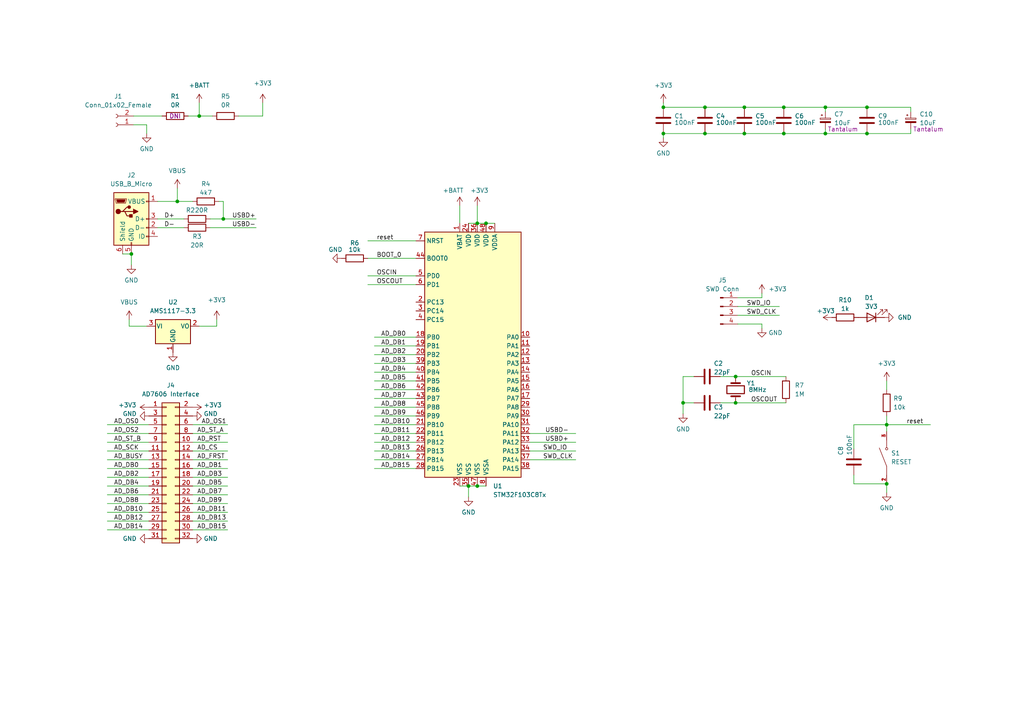
<source format=kicad_sch>
(kicad_sch (version 20211123) (generator eeschema)
  (paper "A4")
  (lib_symbols
    (symbol "Connector:Conn_01x02_Female" (pin_names (offset 1.016) hide)
      (property "Reference" "J" (at 0 2.54 0))
      (property "Value" "Conn_01x02_Female" (at 0 -5.08 0))
      (symbol "Conn_01x02_Female_1_1"
        (arc (start 0 -2.032) (mid -0.508 -2.54) (end 0 -3.048) (stroke (width 0.1524)))
        (polyline (pts (xy -1.27 -2.54) (xy -0.508 -2.54)) (stroke (width 0.1524)))
        (polyline (pts (xy -1.27 0) (xy -0.508 0)) (stroke (width 0.1524)))
        (arc (start 0 0.508) (mid -0.508 0) (end 0 -0.508) (stroke (width 0.1524)))
        (pin passive line (at -5.08 0 0) (length 3.81) (name "Pin_1") (number "1"))
        (pin passive line (at -5.08 -2.54 0) (length 3.81) (name "Pin_2") (number "2"))
      )
    )
    (symbol "Connector:Conn_01x04_Male" (pin_names (offset 1.016) hide)
      (property "Reference" "J" (at 0 5.08 0))
      (property "Value" "Conn_01x04_Male" (at 0 -7.62 0))
      (symbol "Conn_01x04_Male_1_1"
        (polyline (pts (xy 1.27 -5.08) (xy 0.8636 -5.08)) (stroke (width 0.1524)))
        (polyline (pts (xy 1.27 -2.54) (xy 0.8636 -2.54)) (stroke (width 0.1524)))
        (polyline (pts (xy 1.27 0) (xy 0.8636 0)) (stroke (width 0.1524)))
        (polyline (pts (xy 1.27 2.54) (xy 0.8636 2.54)) (stroke (width 0.1524)))
        (rectangle (start 0.8636 -4.953) (end 0 -5.207) (stroke (width 0.1524)) (fill (type outline)))
        (rectangle (start 0.8636 -2.413) (end 0 -2.667) (stroke (width 0.1524)) (fill (type outline)))
        (rectangle (start 0.8636 0.127) (end 0 -0.127) (stroke (width 0.1524)) (fill (type outline)))
        (rectangle (start 0.8636 2.667) (end 0 2.413) (stroke (width 0.1524)) (fill (type outline)))
        (pin passive line (at 5.08 2.54 180) (length 3.81) (name "Pin_1") (number "1"))
        (pin passive line (at 5.08 0 180) (length 3.81) (name "Pin_2") (number "2"))
        (pin passive line (at 5.08 -2.54 180) (length 3.81) (name "Pin_3") (number "3"))
        (pin passive line (at 5.08 -5.08 180) (length 3.81) (name "Pin_4") (number "4"))
      )
    )
    (symbol "Connector:USB_B_Micro" (pin_names (offset 1.016))
      (property "Reference" "J" (at -5.08 11.43 0))
      (property "Value" "USB_B_Micro" (at -5.08 8.89 0))
      (symbol "USB_B_Micro_0_1"
        (rectangle (start -5.08 -7.62) (end 5.08 7.62) (stroke (width 0.254)) (fill (type background)))
        (circle (center -3.81 2.159) (radius 0.635) (stroke (width 0.254)) (fill (type outline)))
        (circle (center -0.635 3.429) (radius 0.381) (stroke (width 0.254)) (fill (type outline)))
        (rectangle (start -0.127 -7.62) (end 0.127 -6.858))
        (polyline (pts (xy -1.905 2.159) (xy 0.635 2.159)) (stroke (width 0.254)))
        (polyline (pts (xy -3.175 2.159) (xy -2.54 2.159) (xy -1.27 3.429) (xy -0.635 3.429)) (stroke (width 0.254)))
        (polyline (pts (xy -2.54 2.159) (xy -1.905 2.159) (xy -1.27 0.889) (xy 0 0.889)) (stroke (width 0.254)))
        (polyline (pts (xy 0.635 2.794) (xy 0.635 1.524) (xy 1.905 2.159) (xy 0.635 2.794)) (stroke (width 0.254)) (fill (type outline)))
        (polyline (pts (xy -4.318 5.588) (xy -1.778 5.588) (xy -2.032 4.826) (xy -4.064 4.826) (xy -4.318 5.588)) (fill (type outline)))
        (polyline (pts (xy -4.699 5.842) (xy -4.699 5.588) (xy -4.445 4.826) (xy -4.445 4.572) (xy -1.651 4.572) (xy -1.651 4.826) (xy -1.397 5.588) (xy -1.397 5.842) (xy -4.699 5.842)))
        (rectangle (start 0.254 1.27) (end -0.508 0.508) (stroke (width 0.254)) (fill (type outline)))
        (rectangle (start 5.08 -5.207) (end 4.318 -4.953))
        (rectangle (start 5.08 -2.667) (end 4.318 -2.413))
        (rectangle (start 5.08 -0.127) (end 4.318 0.127))
        (rectangle (start 5.08 4.953) (end 4.318 5.207))
      )
      (symbol "USB_B_Micro_1_1"
        (pin power_out line (at 7.62 5.08 180) (length 2.54) (name "VBUS") (number "1"))
        (pin bidirectional line (at 7.62 -2.54 180) (length 2.54) (name "D-") (number "2"))
        (pin bidirectional line (at 7.62 0 180) (length 2.54) (name "D+") (number "3"))
        (pin passive line (at 7.62 -5.08 180) (length 2.54) (name "ID") (number "4"))
        (pin power_out line (at 0 -10.16 90) (length 2.54) (name "GND") (number "5"))
        (pin passive line (at -2.54 -10.16 90) (length 2.54) (name "Shield") (number "6"))
      )
    )
    (symbol "Connector_Generic:Conn_02x16_Odd_Even" (pin_names (offset 1.016) hide)
      (property "Reference" "J" (at 1.27 20.32 0))
      (property "Value" "Conn_02x16_Odd_Even" (at 1.27 -22.86 0))
      (symbol "Conn_02x16_Odd_Even_1_1"
        (rectangle (start -1.27 -20.193) (end 0 -20.447) (stroke (width 0.1524)))
        (rectangle (start -1.27 -17.653) (end 0 -17.907) (stroke (width 0.1524)))
        (rectangle (start -1.27 -15.113) (end 0 -15.367) (stroke (width 0.1524)))
        (rectangle (start -1.27 -12.573) (end 0 -12.827) (stroke (width 0.1524)))
        (rectangle (start -1.27 -10.033) (end 0 -10.287) (stroke (width 0.1524)))
        (rectangle (start -1.27 -7.493) (end 0 -7.747) (stroke (width 0.1524)))
        (rectangle (start -1.27 -4.953) (end 0 -5.207) (stroke (width 0.1524)))
        (rectangle (start -1.27 -2.413) (end 0 -2.667) (stroke (width 0.1524)))
        (rectangle (start -1.27 0.127) (end 0 -0.127) (stroke (width 0.1524)))
        (rectangle (start -1.27 2.667) (end 0 2.413) (stroke (width 0.1524)))
        (rectangle (start -1.27 5.207) (end 0 4.953) (stroke (width 0.1524)))
        (rectangle (start -1.27 7.747) (end 0 7.493) (stroke (width 0.1524)))
        (rectangle (start -1.27 10.287) (end 0 10.033) (stroke (width 0.1524)))
        (rectangle (start -1.27 12.827) (end 0 12.573) (stroke (width 0.1524)))
        (rectangle (start -1.27 15.367) (end 0 15.113) (stroke (width 0.1524)))
        (rectangle (start -1.27 17.907) (end 0 17.653) (stroke (width 0.1524)))
        (rectangle (start -1.27 19.05) (end 3.81 -21.59) (stroke (width 0.254)) (fill (type background)))
        (rectangle (start 3.81 -20.193) (end 2.54 -20.447) (stroke (width 0.1524)))
        (rectangle (start 3.81 -17.653) (end 2.54 -17.907) (stroke (width 0.1524)))
        (rectangle (start 3.81 -15.113) (end 2.54 -15.367) (stroke (width 0.1524)))
        (rectangle (start 3.81 -12.573) (end 2.54 -12.827) (stroke (width 0.1524)))
        (rectangle (start 3.81 -10.033) (end 2.54 -10.287) (stroke (width 0.1524)))
        (rectangle (start 3.81 -7.493) (end 2.54 -7.747) (stroke (width 0.1524)))
        (rectangle (start 3.81 -4.953) (end 2.54 -5.207) (stroke (width 0.1524)))
        (rectangle (start 3.81 -2.413) (end 2.54 -2.667) (stroke (width 0.1524)))
        (rectangle (start 3.81 0.127) (end 2.54 -0.127) (stroke (width 0.1524)))
        (rectangle (start 3.81 2.667) (end 2.54 2.413) (stroke (width 0.1524)))
        (rectangle (start 3.81 5.207) (end 2.54 4.953) (stroke (width 0.1524)))
        (rectangle (start 3.81 7.747) (end 2.54 7.493) (stroke (width 0.1524)))
        (rectangle (start 3.81 10.287) (end 2.54 10.033) (stroke (width 0.1524)))
        (rectangle (start 3.81 12.827) (end 2.54 12.573) (stroke (width 0.1524)))
        (rectangle (start 3.81 15.367) (end 2.54 15.113) (stroke (width 0.1524)))
        (rectangle (start 3.81 17.907) (end 2.54 17.653) (stroke (width 0.1524)))
        (pin passive line (at -5.08 17.78 0) (length 3.81) (name "Pin_1") (number "1"))
        (pin passive line (at 7.62 7.62 180) (length 3.81) (name "Pin_10") (number "10"))
        (pin passive line (at -5.08 5.08 0) (length 3.81) (name "Pin_11") (number "11"))
        (pin passive line (at 7.62 5.08 180) (length 3.81) (name "Pin_12") (number "12"))
        (pin passive line (at -5.08 2.54 0) (length 3.81) (name "Pin_13") (number "13"))
        (pin passive line (at 7.62 2.54 180) (length 3.81) (name "Pin_14") (number "14"))
        (pin passive line (at -5.08 0 0) (length 3.81) (name "Pin_15") (number "15"))
        (pin passive line (at 7.62 0 180) (length 3.81) (name "Pin_16") (number "16"))
        (pin passive line (at -5.08 -2.54 0) (length 3.81) (name "Pin_17") (number "17"))
        (pin passive line (at 7.62 -2.54 180) (length 3.81) (name "Pin_18") (number "18"))
        (pin passive line (at -5.08 -5.08 0) (length 3.81) (name "Pin_19") (number "19"))
        (pin passive line (at 7.62 17.78 180) (length 3.81) (name "Pin_2") (number "2"))
        (pin passive line (at 7.62 -5.08 180) (length 3.81) (name "Pin_20") (number "20"))
        (pin passive line (at -5.08 -7.62 0) (length 3.81) (name "Pin_21") (number "21"))
        (pin passive line (at 7.62 -7.62 180) (length 3.81) (name "Pin_22") (number "22"))
        (pin passive line (at -5.08 -10.16 0) (length 3.81) (name "Pin_23") (number "23"))
        (pin passive line (at 7.62 -10.16 180) (length 3.81) (name "Pin_24") (number "24"))
        (pin passive line (at -5.08 -12.7 0) (length 3.81) (name "Pin_25") (number "25"))
        (pin passive line (at 7.62 -12.7 180) (length 3.81) (name "Pin_26") (number "26"))
        (pin passive line (at -5.08 -15.24 0) (length 3.81) (name "Pin_27") (number "27"))
        (pin passive line (at 7.62 -15.24 180) (length 3.81) (name "Pin_28") (number "28"))
        (pin passive line (at -5.08 -17.78 0) (length 3.81) (name "Pin_29") (number "29"))
        (pin passive line (at -5.08 15.24 0) (length 3.81) (name "Pin_3") (number "3"))
        (pin passive line (at 7.62 -17.78 180) (length 3.81) (name "Pin_30") (number "30"))
        (pin passive line (at -5.08 -20.32 0) (length 3.81) (name "Pin_31") (number "31"))
        (pin passive line (at 7.62 -20.32 180) (length 3.81) (name "Pin_32") (number "32"))
        (pin passive line (at 7.62 15.24 180) (length 3.81) (name "Pin_4") (number "4"))
        (pin passive line (at -5.08 12.7 0) (length 3.81) (name "Pin_5") (number "5"))
        (pin passive line (at 7.62 12.7 180) (length 3.81) (name "Pin_6") (number "6"))
        (pin passive line (at -5.08 10.16 0) (length 3.81) (name "Pin_7") (number "7"))
        (pin passive line (at 7.62 10.16 180) (length 3.81) (name "Pin_8") (number "8"))
        (pin passive line (at -5.08 7.62 0) (length 3.81) (name "Pin_9") (number "9"))
      )
    )
    (symbol "Device:C" (pin_numbers hide) (pin_names (offset 0.254))
      (property "Reference" "C" (at 0.635 2.54 0))
      (property "Value" "C" (at 0.635 -2.54 0))
      (symbol "C_0_1"
        (polyline (pts (xy -2.032 -0.762) (xy 2.032 -0.762)) (stroke (width 0.508)))
        (polyline (pts (xy -2.032 0.762) (xy 2.032 0.762)) (stroke (width 0.508)))
      )
      (symbol "C_1_1"
        (pin passive line (at 0 3.81 270) (length 2.794) (name "~") (number "1"))
        (pin passive line (at 0 -3.81 90) (length 2.794) (name "~") (number "2"))
      )
    )
    (symbol "Device:C_Polarized_Small" (pin_numbers hide) (pin_names (offset 0.254) hide)
      (property "Reference" "C" (at 0.254 1.778 0))
      (property "Value" "C_Polarized_Small" (at 0.254 -2.032 0))
      (symbol "C_Polarized_Small_0_1"
        (rectangle (start -1.524 -0.3048) (end 1.524 -0.6858) (fill (type outline)))
        (rectangle (start -1.524 0.6858) (end 1.524 0.3048))
        (polyline (pts (xy -1.27 1.524) (xy -0.762 1.524)))
        (polyline (pts (xy -1.016 1.27) (xy -1.016 1.778)))
      )
      (symbol "C_Polarized_Small_1_1"
        (pin passive line (at 0 2.54 270) (length 1.8542) (name "~") (number "1"))
        (pin passive line (at 0 -2.54 90) (length 1.8542) (name "~") (number "2"))
      )
    )
    (symbol "Device:Crystal" (pin_numbers hide) (pin_names (offset 1.016) hide)
      (property "Reference" "Y" (at 0 3.81 0))
      (property "Value" "Crystal" (at 0 -3.81 0))
      (symbol "Crystal_0_1"
        (rectangle (start -1.143 2.54) (end 1.143 -2.54) (stroke (width 0.3048)))
        (polyline (pts (xy -2.54 0) (xy -1.905 0)))
        (polyline (pts (xy -1.905 -1.27) (xy -1.905 1.27)) (stroke (width 0.508)))
        (polyline (pts (xy 1.905 -1.27) (xy 1.905 1.27)) (stroke (width 0.508)))
        (polyline (pts (xy 2.54 0) (xy 1.905 0)))
      )
      (symbol "Crystal_1_1"
        (pin passive line (at -3.81 0 0) (length 1.27) (name "1") (number "1"))
        (pin passive line (at 3.81 0 180) (length 1.27) (name "2") (number "2"))
      )
    )
    (symbol "Device:LED" (pin_numbers hide) (pin_names (offset 1.016) hide)
      (property "Reference" "D" (at 0 2.54 0))
      (property "Value" "LED" (at 0 -2.54 0))
      (symbol "LED_0_1"
        (polyline (pts (xy -1.27 -1.27) (xy -1.27 1.27)) (stroke (width 0.254)))
        (polyline (pts (xy -1.27 0) (xy 1.27 0)))
        (polyline (pts (xy 1.27 -1.27) (xy 1.27 1.27) (xy -1.27 0) (xy 1.27 -1.27)) (stroke (width 0.254)))
        (polyline (pts (xy -3.048 -0.762) (xy -4.572 -2.286) (xy -3.81 -2.286) (xy -4.572 -2.286) (xy -4.572 -1.524)))
        (polyline (pts (xy -1.778 -0.762) (xy -3.302 -2.286) (xy -2.54 -2.286) (xy -3.302 -2.286) (xy -3.302 -1.524)))
      )
      (symbol "LED_1_1"
        (pin passive line (at -3.81 0 0) (length 2.54) (name "K") (number "1"))
        (pin passive line (at 3.81 0 180) (length 2.54) (name "A") (number "2"))
      )
    )
    (symbol "Device:R" (pin_numbers hide) (pin_names (offset 0))
      (property "Reference" "R" (at 2.032 0 90))
      (property "Value" "R" (at 0 0 90))
      (symbol "R_0_1"
        (rectangle (start -1.016 -2.54) (end 1.016 2.54) (stroke (width 0.254)))
      )
      (symbol "R_1_1"
        (pin passive line (at 0 3.81 270) (length 1.27) (name "~") (number "1"))
        (pin passive line (at 0 -3.81 90) (length 1.27) (name "~") (number "2"))
      )
    )
    (symbol "MCU_ST_STM32F1:STM32F103C8Tx"
      (property "Reference" "U" (at -15.24 36.83 0))
      (property "Value" "STM32F103C8Tx" (at 7.62 36.83 0))
      (symbol "STM32F103C8Tx_0_1"
        (rectangle (start -15.24 -35.56) (end 12.7 35.56) (stroke (width 0.254)) (fill (type background)))
      )
      (symbol "STM32F103C8Tx_1_1"
        (pin power_in line (at -5.08 38.1 270) (length 2.54) (name "VBAT") (number "1"))
        (pin bidirectional line (at 15.24 5.08 180) (length 2.54) (name "PA0") (number "10"))
        (pin bidirectional line (at 15.24 2.54 180) (length 2.54) (name "PA1") (number "11"))
        (pin bidirectional line (at 15.24 0 180) (length 2.54) (name "PA2") (number "12"))
        (pin bidirectional line (at 15.24 -2.54 180) (length 2.54) (name "PA3") (number "13"))
        (pin bidirectional line (at 15.24 -5.08 180) (length 2.54) (name "PA4") (number "14"))
        (pin bidirectional line (at 15.24 -7.62 180) (length 2.54) (name "PA5") (number "15"))
        (pin bidirectional line (at 15.24 -10.16 180) (length 2.54) (name "PA6") (number "16"))
        (pin bidirectional line (at 15.24 -12.7 180) (length 2.54) (name "PA7") (number "17"))
        (pin bidirectional line (at -17.78 5.08 0) (length 2.54) (name "PB0") (number "18"))
        (pin bidirectional line (at -17.78 2.54 0) (length 2.54) (name "PB1") (number "19"))
        (pin bidirectional line (at -17.78 15.24 0) (length 2.54) (name "PC13") (number "2"))
        (pin bidirectional line (at -17.78 0 0) (length 2.54) (name "PB2") (number "20"))
        (pin bidirectional line (at -17.78 -20.32 0) (length 2.54) (name "PB10") (number "21"))
        (pin bidirectional line (at -17.78 -22.86 0) (length 2.54) (name "PB11") (number "22"))
        (pin power_in line (at -5.08 -38.1 90) (length 2.54) (name "VSS") (number "23"))
        (pin power_in line (at -2.54 38.1 270) (length 2.54) (name "VDD") (number "24"))
        (pin bidirectional line (at -17.78 -25.4 0) (length 2.54) (name "PB12") (number "25"))
        (pin bidirectional line (at -17.78 -27.94 0) (length 2.54) (name "PB13") (number "26"))
        (pin bidirectional line (at -17.78 -30.48 0) (length 2.54) (name "PB14") (number "27"))
        (pin bidirectional line (at -17.78 -33.02 0) (length 2.54) (name "PB15") (number "28"))
        (pin bidirectional line (at 15.24 -15.24 180) (length 2.54) (name "PA8") (number "29"))
        (pin bidirectional line (at -17.78 12.7 0) (length 2.54) (name "PC14") (number "3"))
        (pin bidirectional line (at 15.24 -17.78 180) (length 2.54) (name "PA9") (number "30"))
        (pin bidirectional line (at 15.24 -20.32 180) (length 2.54) (name "PA10") (number "31"))
        (pin bidirectional line (at 15.24 -22.86 180) (length 2.54) (name "PA11") (number "32"))
        (pin bidirectional line (at 15.24 -25.4 180) (length 2.54) (name "PA12") (number "33"))
        (pin bidirectional line (at 15.24 -27.94 180) (length 2.54) (name "PA13") (number "34"))
        (pin power_in line (at -2.54 -38.1 90) (length 2.54) (name "VSS") (number "35"))
        (pin power_in line (at 0 38.1 270) (length 2.54) (name "VDD") (number "36"))
        (pin bidirectional line (at 15.24 -30.48 180) (length 2.54) (name "PA14") (number "37"))
        (pin bidirectional line (at 15.24 -33.02 180) (length 2.54) (name "PA15") (number "38"))
        (pin bidirectional line (at -17.78 -2.54 0) (length 2.54) (name "PB3") (number "39"))
        (pin bidirectional line (at -17.78 10.16 0) (length 2.54) (name "PC15") (number "4"))
        (pin bidirectional line (at -17.78 -5.08 0) (length 2.54) (name "PB4") (number "40"))
        (pin bidirectional line (at -17.78 -7.62 0) (length 2.54) (name "PB5") (number "41"))
        (pin bidirectional line (at -17.78 -10.16 0) (length 2.54) (name "PB6") (number "42"))
        (pin bidirectional line (at -17.78 -12.7 0) (length 2.54) (name "PB7") (number "43"))
        (pin input line (at -17.78 27.94 0) (length 2.54) (name "BOOT0") (number "44"))
        (pin bidirectional line (at -17.78 -15.24 0) (length 2.54) (name "PB8") (number "45"))
        (pin bidirectional line (at -17.78 -17.78 0) (length 2.54) (name "PB9") (number "46"))
        (pin power_in line (at 0 -38.1 90) (length 2.54) (name "VSS") (number "47"))
        (pin power_in line (at 2.54 38.1 270) (length 2.54) (name "VDD") (number "48"))
        (pin input line (at -17.78 22.86 0) (length 2.54) (name "PD0") (number "5"))
        (pin input line (at -17.78 20.32 0) (length 2.54) (name "PD1") (number "6"))
        (pin input line (at -17.78 33.02 0) (length 2.54) (name "NRST") (number "7"))
        (pin power_in line (at 2.54 -38.1 90) (length 2.54) (name "VSSA") (number "8"))
        (pin power_in line (at 5.08 38.1 270) (length 2.54) (name "VDDA") (number "9"))
      )
    )
    (symbol "Regulator_Linear:AMS1117-3.3" (pin_names (offset 0.254))
      (property "Reference" "U" (at -3.81 3.175 0))
      (property "Value" "AMS1117-3.3" (at 0 3.175 0))
      (symbol "AMS1117-3.3_0_1"
        (rectangle (start -5.08 -5.08) (end 5.08 1.905) (stroke (width 0.254)) (fill (type background)))
      )
      (symbol "AMS1117-3.3_1_1"
        (pin power_in line (at 0 -7.62 90) (length 2.54) (name "GND") (number "1"))
        (pin power_out line (at 7.62 0 180) (length 2.54) (name "VO") (number "2"))
        (pin power_in line (at -7.62 0 0) (length 2.54) (name "VI") (number "3"))
      )
    )
    (symbol "SW1437565-9:4-1437565-9" (pin_names (offset 1.016) hide)
      (property "Reference" "S" (at -2.54 2.54 0))
      (property "Value" "4-1437565-9" (at -2.54 -2.54 0))
      (symbol "4-1437565-9_0_0"
        (polyline (pts (xy -2.54 0) (xy -5.08 0)) (stroke (width 0.1524)))
        (polyline (pts (xy -2.54 0) (xy 2.794 2.1336)) (stroke (width 0.1524)))
        (polyline (pts (xy 5.08 0) (xy 2.921 0)) (stroke (width 0.1524)))
        (circle (center 2.54 0) (radius 0.3302) (stroke (width 0.1524)))
        (pin passive line (at -7.62 0 0) (length 2.54) (name "~") (number "1"))
        (pin passive line (at -7.62 0 0) (length 2.54) (name "~") (number "2"))
        (pin passive line (at 7.62 0 180) (length 2.54) (name "~") (number "3"))
        (pin passive line (at 7.62 0 180) (length 2.54) (name "~") (number "4"))
      )
    )
    (symbol "power:+3V3" (power) (pin_names (offset 0))
      (property "Value" "+3V3" (at 0 3.556 0))
      (symbol "+3V3_0_1"
        (polyline (pts (xy -0.762 1.27) (xy 0 2.54)))
        (polyline (pts (xy 0 0) (xy 0 2.54)))
        (polyline (pts (xy 0 2.54) (xy 0.762 1.27)))
      )
      (symbol "+3V3_1_1"
        (pin power_in line (at 0 0 90) (length 0) hide (name "+3V3") (number "1"))
      )
    )
    (symbol "power:+BATT" (power) (pin_names (offset 0))
      (property "Value" "+BATT" (at 0 3.556 0))
      (symbol "+BATT_0_1"
        (polyline (pts (xy -0.762 1.27) (xy 0 2.54)))
        (polyline (pts (xy 0 0) (xy 0 2.54)))
        (polyline (pts (xy 0 2.54) (xy 0.762 1.27)))
      )
      (symbol "+BATT_1_1"
        (pin power_in line (at 0 0 90) (length 0) hide (name "+BATT") (number "1"))
      )
    )
    (symbol "power:GND" (power) (pin_names (offset 0))
      (property "Value" "GND" (at 0 -3.81 0))
      (symbol "GND_0_1"
        (polyline (pts (xy 0 0) (xy 0 -1.27) (xy 1.27 -1.27) (xy 0 -2.54) (xy -1.27 -1.27) (xy 0 -1.27)))
      )
      (symbol "GND_1_1"
        (pin power_in line (at 0 0 270) (length 0) hide (name "GND") (number "1"))
      )
    )
    (symbol "power:VBUS" (power) (pin_names (offset 0))
      (property "Value" "VBUS" (at 0 3.81 0))
      (symbol "VBUS_0_1"
        (polyline (pts (xy -0.762 1.27) (xy 0 2.54)))
        (polyline (pts (xy 0 0) (xy 0 2.54)))
        (polyline (pts (xy 0 2.54) (xy 0.762 1.27)))
      )
      (symbol "VBUS_1_1"
        (pin power_in line (at 0 0 90) (length 0) hide (name "VBUS") (number "1"))
      )
    )
  )
  (junction (at 64.77 63.5))
  (junction (at 38.1 73.66))
  (junction (at 192.405 31.115))
  (junction (at 239.395 31.115))
  (junction (at 215.9 38.735))
  (junction (at 140.97 64.77))
  (junction (at 198.12 116.84))
  (junction (at 257.175 140.335))
  (junction (at 51.435 58.42))
  (junction (at 215.9 31.115))
  (junction (at 135.89 140.97))
  (junction (at 213.36 109.22))
  (junction (at 138.43 64.77))
  (junction (at 192.405 38.735))
  (junction (at 251.46 31.115))
  (junction (at 239.395 38.735))
  (junction (at 57.785 33.655))
  (junction (at 251.46 38.735))
  (junction (at 227.33 38.735))
  (junction (at 257.175 123.19))
  (junction (at 204.47 31.115))
  (junction (at 227.33 31.115))
  (junction (at 138.43 140.97))
  (junction (at 213.36 116.84))
  (junction (at 204.47 38.735))
  (wire (pts (xy 247.65 140.335) (xy 257.175 140.335)))
  (wire (pts (xy 31.115 153.67) (xy 43.18 153.67)))
  (wire (pts (xy 138.43 64.77) (xy 140.97 64.77)))
  (wire (pts (xy 31.115 140.97) (xy 43.18 140.97)))
  (wire (pts (xy 55.88 146.05) (xy 66.04 146.05)))
  (wire (pts (xy 204.47 38.735) (xy 215.9 38.735)))
  (wire (pts (xy 106.68 82.55) (xy 120.65 82.55)))
  (wire (pts (xy 64.77 63.5) (xy 74.295 63.5)))
  (wire (pts (xy 264.16 31.115) (xy 264.16 32.385)))
  (wire (pts (xy 192.405 29.845) (xy 192.405 31.115)))
  (wire (pts (xy 108.585 130.81) (xy 120.65 130.81)))
  (wire (pts (xy 55.88 130.81) (xy 66.04 130.81)))
  (wire (pts (xy 239.395 38.735) (xy 251.46 38.735)))
  (wire (pts (xy 31.115 135.89) (xy 43.18 135.89)))
  (wire (pts (xy 192.405 38.735) (xy 204.47 38.735)))
  (wire (pts (xy 108.585 110.49) (xy 120.65 110.49)))
  (wire (pts (xy 247.65 123.19) (xy 247.65 130.175)))
  (wire (pts (xy 133.35 59.69) (xy 133.35 64.77)))
  (wire (pts (xy 204.47 31.115) (xy 215.9 31.115)))
  (wire (pts (xy 153.67 130.81) (xy 167.005 130.81)))
  (wire (pts (xy 257.175 110.49) (xy 257.175 113.03)))
  (wire (pts (xy 251.46 31.115) (xy 264.16 31.115)))
  (wire (pts (xy 31.115 138.43) (xy 43.18 138.43)))
  (wire (pts (xy 108.585 113.03) (xy 120.65 113.03)))
  (wire (pts (xy 220.98 86.36) (xy 220.98 85.09)))
  (wire (pts (xy 42.545 36.195) (xy 42.545 38.735)))
  (wire (pts (xy 213.995 88.9) (xy 226.06 88.9)))
  (wire (pts (xy 55.88 128.27) (xy 66.04 128.27)))
  (wire (pts (xy 192.405 31.115) (xy 204.47 31.115)))
  (wire (pts (xy 76.2 29.845) (xy 76.2 33.655)))
  (wire (pts (xy 55.88 133.35) (xy 66.04 133.35)))
  (wire (pts (xy 239.395 37.465) (xy 239.395 38.735)))
  (wire (pts (xy 108.585 120.65) (xy 120.65 120.65)))
  (wire (pts (xy 64.77 58.42) (xy 64.77 63.5)))
  (wire (pts (xy 198.12 116.84) (xy 201.295 116.84)))
  (wire (pts (xy 153.67 125.73) (xy 167.005 125.73)))
  (wire (pts (xy 60.96 63.5) (xy 64.77 63.5)))
  (wire (pts (xy 31.115 125.73) (xy 43.18 125.73)))
  (wire (pts (xy 31.115 133.35) (xy 43.18 133.35)))
  (wire (pts (xy 31.115 151.13) (xy 43.18 151.13)))
  (wire (pts (xy 108.585 115.57) (xy 120.65 115.57)))
  (wire (pts (xy 45.72 66.04) (xy 53.34 66.04)))
  (wire (pts (xy 239.395 31.115) (xy 239.395 32.385)))
  (wire (pts (xy 213.36 109.22) (xy 227.965 109.22)))
  (wire (pts (xy 51.435 58.42) (xy 51.435 54.61)))
  (wire (pts (xy 57.785 94.615) (xy 62.865 94.615)))
  (wire (pts (xy 215.9 38.735) (xy 227.33 38.735)))
  (wire (pts (xy 108.585 118.11) (xy 120.65 118.11)))
  (wire (pts (xy 220.98 93.98) (xy 220.98 95.25)))
  (wire (pts (xy 31.115 128.27) (xy 43.18 128.27)))
  (wire (pts (xy 35.56 73.66) (xy 38.1 73.66)))
  (wire (pts (xy 213.995 91.44) (xy 226.06 91.44)))
  (wire (pts (xy 38.735 33.655) (xy 46.99 33.655)))
  (wire (pts (xy 108.585 97.79) (xy 120.65 97.79)))
  (wire (pts (xy 57.785 29.845) (xy 57.785 33.655)))
  (wire (pts (xy 57.785 33.655) (xy 61.595 33.655)))
  (wire (pts (xy 38.1 73.66) (xy 38.1 76.835)))
  (wire (pts (xy 140.97 64.77) (xy 143.51 64.77)))
  (wire (pts (xy 108.585 128.27) (xy 120.65 128.27)))
  (wire (pts (xy 55.88 153.67) (xy 66.04 153.67)))
  (wire (pts (xy 153.67 128.27) (xy 167.005 128.27)))
  (wire (pts (xy 251.46 38.735) (xy 264.16 38.735)))
  (wire (pts (xy 257.175 120.65) (xy 257.175 123.19)))
  (wire (pts (xy 153.67 133.35) (xy 167.005 133.35)))
  (wire (pts (xy 106.68 80.01) (xy 120.65 80.01)))
  (wire (pts (xy 135.89 140.97) (xy 135.89 144.145)))
  (wire (pts (xy 63.5 58.42) (xy 64.77 58.42)))
  (wire (pts (xy 108.585 102.87) (xy 120.65 102.87)))
  (wire (pts (xy 198.12 109.22) (xy 198.12 116.84)))
  (wire (pts (xy 51.435 58.42) (xy 55.88 58.42)))
  (wire (pts (xy 257.175 123.19) (xy 257.175 125.095)))
  (wire (pts (xy 55.88 148.59) (xy 66.04 148.59)))
  (wire (pts (xy 227.33 31.115) (xy 239.395 31.115)))
  (wire (pts (xy 215.9 31.115) (xy 227.33 31.115)))
  (wire (pts (xy 62.865 94.615) (xy 62.865 92.71)))
  (wire (pts (xy 106.68 74.93) (xy 120.65 74.93)))
  (wire (pts (xy 247.65 140.335) (xy 247.65 137.795)))
  (wire (pts (xy 213.995 93.98) (xy 220.98 93.98)))
  (wire (pts (xy 213.995 86.36) (xy 220.98 86.36)))
  (wire (pts (xy 133.35 140.97) (xy 135.89 140.97)))
  (wire (pts (xy 138.43 140.97) (xy 140.97 140.97)))
  (wire (pts (xy 192.405 38.735) (xy 192.405 40.005)))
  (wire (pts (xy 37.465 92.71) (xy 37.465 94.615)))
  (wire (pts (xy 257.175 123.19) (xy 269.875 123.19)))
  (wire (pts (xy 31.115 123.19) (xy 43.18 123.19)))
  (wire (pts (xy 106.68 69.85) (xy 120.65 69.85)))
  (wire (pts (xy 31.115 143.51) (xy 43.18 143.51)))
  (wire (pts (xy 31.115 130.81) (xy 43.18 130.81)))
  (wire (pts (xy 55.88 140.97) (xy 66.04 140.97)))
  (wire (pts (xy 60.96 66.04) (xy 74.295 66.04)))
  (wire (pts (xy 45.72 63.5) (xy 53.34 63.5)))
  (wire (pts (xy 55.88 125.73) (xy 66.04 125.73)))
  (wire (pts (xy 135.89 140.97) (xy 138.43 140.97)))
  (wire (pts (xy 38.735 36.195) (xy 42.545 36.195)))
  (wire (pts (xy 108.585 135.89) (xy 120.65 135.89)))
  (wire (pts (xy 55.88 123.19) (xy 66.04 123.19)))
  (wire (pts (xy 108.585 125.73) (xy 120.65 125.73)))
  (wire (pts (xy 198.12 116.84) (xy 198.12 120.015)))
  (wire (pts (xy 108.585 105.41) (xy 120.65 105.41)))
  (wire (pts (xy 55.88 143.51) (xy 66.04 143.51)))
  (wire (pts (xy 108.585 133.35) (xy 120.65 133.35)))
  (wire (pts (xy 247.65 123.19) (xy 257.175 123.19)))
  (wire (pts (xy 108.585 107.95) (xy 120.65 107.95)))
  (wire (pts (xy 108.585 100.33) (xy 120.65 100.33)))
  (wire (pts (xy 201.295 109.22) (xy 198.12 109.22)))
  (wire (pts (xy 108.585 123.19) (xy 120.65 123.19)))
  (wire (pts (xy 69.215 33.655) (xy 76.2 33.655)))
  (wire (pts (xy 213.36 109.22) (xy 208.915 109.22)))
  (wire (pts (xy 239.395 31.115) (xy 251.46 31.115)))
  (wire (pts (xy 31.115 146.05) (xy 43.18 146.05)))
  (wire (pts (xy 213.36 116.84) (xy 208.915 116.84)))
  (wire (pts (xy 227.33 38.735) (xy 239.395 38.735)))
  (wire (pts (xy 55.88 138.43) (xy 66.04 138.43)))
  (wire (pts (xy 31.115 148.59) (xy 43.18 148.59)))
  (wire (pts (xy 135.89 64.77) (xy 138.43 64.77)))
  (wire (pts (xy 213.36 116.84) (xy 227.965 116.84)))
  (wire (pts (xy 37.465 94.615) (xy 42.545 94.615)))
  (wire (pts (xy 45.72 58.42) (xy 51.435 58.42)))
  (wire (pts (xy 54.61 33.655) (xy 57.785 33.655)))
  (wire (pts (xy 257.175 140.335) (xy 257.175 142.875)))
  (wire (pts (xy 138.43 59.69) (xy 138.43 64.77)))
  (wire (pts (xy 55.88 151.13) (xy 66.04 151.13)))
  (wire (pts (xy 264.16 37.465) (xy 264.16 38.735)))
  (wire (pts (xy 55.88 135.89) (xy 66.04 135.89)))
  (label "AD_OS1" (at 58.42 123.19 0))
  (label "AD_DB10" (at 33.02 148.59 0))
  (label "BOOT_0" (at 109.22 74.93 0))
  (label "AD_CS" (at 57.15 130.81 0))
  (label "AD_DB8" (at 33.02 146.05 0))
  (label "D+" (at 47.625 63.5 0))
  (label "AD_RST" (at 57.15 128.27 0))
  (label "AD_ST_A" (at 57.15 125.73 0))
  (label "AD_DB0" (at 110.49 97.79 0))
  (label "OSCIN" (at 217.805 109.22 0))
  (label "AD_DB6" (at 33.02 143.51 0))
  (label "AD_DB5" (at 57.15 140.97 0))
  (label "AD_DB0" (at 33.02 135.89 0))
  (label "D-" (at 47.625 66.04 0))
  (label "AD_DB8" (at 110.49 118.11 0))
  (label "SWD_IO" (at 157.48 130.81 0))
  (label "AD_FRST" (at 57.15 133.35 0))
  (label "OSCOUT" (at 109.22 82.55 0))
  (label "AD_ST_B" (at 33.02 128.27 0))
  (label "AD_DB12" (at 33.02 151.13 0))
  (label "AD_BUSY" (at 33.02 133.35 0))
  (label "AD_DB12" (at 110.49 128.27 0))
  (label "reset" (at 262.89 123.19 0))
  (label "OSCOUT" (at 217.805 116.84 0))
  (label "AD_DB5" (at 110.49 110.49 0))
  (label "USBD+" (at 158.115 128.27 0))
  (label "AD_OS2" (at 33.02 125.73 0))
  (label "OSCIN" (at 109.22 80.01 0))
  (label "AD_DB7" (at 110.49 115.57 0))
  (label "SWD_CLK" (at 216.535 91.44 0))
  (label "AD_DB2" (at 110.49 102.87 0))
  (label "AD_DB11" (at 57.15 148.59 0))
  (label "AD_DB15" (at 57.15 153.67 0))
  (label "SWD_CLK" (at 157.48 133.35 0))
  (label "AD_DB9" (at 57.15 146.05 0))
  (label "USBD+" (at 67.31 63.5 0))
  (label "AD_DB7" (at 57.15 143.51 0))
  (label "AD_DB14" (at 33.02 153.67 0))
  (label "AD_DB3" (at 110.49 105.41 0))
  (label "AD_DB13" (at 110.49 130.81 0))
  (label "AD_DB1" (at 57.15 135.89 0))
  (label "AD_OS0" (at 33.02 123.19 0))
  (label "AD_SCK" (at 33.02 130.81 0))
  (label "AD_DB11" (at 110.49 125.73 0))
  (label "AD_DB15" (at 110.49 135.89 0))
  (label "AD_DB3" (at 57.15 138.43 0))
  (label "AD_DB14" (at 110.49 133.35 0))
  (label "USBD-" (at 158.115 125.73 0))
  (label "AD_DB4" (at 33.02 140.97 0))
  (label "SWD_IO" (at 216.535 88.9 0))
  (label "AD_DB2" (at 33.02 138.43 0))
  (label "AD_DB13" (at 57.15 151.13 0))
  (label "USBD-" (at 67.31 66.04 0))
  (label "reset" (at 109.22 69.85 0))
  (label "AD_DB6" (at 110.49 113.03 0))
  (label "AD_DB4" (at 110.49 107.95 0))
  (label "AD_DB9" (at 110.49 120.65 0))
  (label "AD_DB1" (at 110.49 100.33 0))
  (label "AD_DB10" (at 110.49 123.19 0))
  (symbol (lib_id "Device:R") (at 57.15 63.5 90) (unit 1)
    (property "Reference" "R2" (at 55.245 60.96 90))
    (property "Value" "20R" (at 58.42 60.96 90))
    (property "Footprint" "Resistor_SMD:R_0805_2012Metric" (effects hide))
  )
  (symbol (lib_id "power:+3V3") (at 43.18 118.11 90) (unit 1)
    (property "Reference" "#PWR0105" (effects hide))
    (property "Value" "+3V3" (at 34.29 117.475 90) (effects (justify right)))
  )
  (symbol (lib_id "power:GND") (at 55.88 156.21 90) (unit 1)
    (property "Reference" "#PWR0102" (effects hide))
    (property "Value" "GND" (at 59.055 156.2099 90) (effects (justify right)))
  )
  (symbol (lib_id "power:+3V3") (at 241.3 92.075 90) (unit 1)
    (property "Reference" "#PWR0108" (effects hide))
    (property "Value" "+3V3" (at 236.855 90.17 90) (effects (justify right)))
  )
  (symbol (lib_id "Device:C") (at 247.65 133.985 0) (unit 1)
    (property "Reference" "C8" (at 243.84 132.08 90) (effects (justify left)))
    (property "Value" "100nF" (at 246.38 132.08 90) (effects (justify left)))
    (property "Footprint" "Capacitor_SMD:C_0805_2012Metric" (effects hide))
  )
  (symbol (lib_id "SW1437565-9:4-1437565-9") (at 257.175 132.715 90) (unit 1)
    (property "Reference" "S1" (at 258.445 131.4449 90) (effects (justify right)))
    (property "Value" "RESET" (at 258.445 133.9849 90) (effects (justify right)))
    (property "Footprint" "SW1437565-9:SW_4-1437565-9" (effects hide))
    (property "Comment" "4-1437565-9" (effects hide))
    (property "EU_RoHS_Compliance" "Compliant" (effects hide))
  )
  (symbol (lib_id "power:GND") (at 192.405 40.005 0) (unit 1)
    (property "Reference" "#PWR010" (effects hide))
    (property "Value" "GND" (at 192.405 44.45 0))
  )
  (symbol (lib_id "Device:C") (at 204.47 34.925 0) (unit 1)
    (property "Reference" "C4" (at 207.645 33.655 0) (effects (justify left)))
    (property "Value" "100nF" (at 207.645 35.56 0) (effects (justify left)))
    (property "Footprint" "Capacitor_SMD:C_0805_2012Metric" (effects hide))
  )
  (symbol (lib_id "power:+BATT") (at 57.785 29.845 0) (unit 1)
    (property "Reference" "#PWR04" (effects hide))
    (property "Value" "+BATT" (at 57.785 24.765 0))
  )
  (symbol (lib_id "Regulator_Linear:AMS1117-3.3") (at 50.165 94.615 0) (unit 1)
    (property "Reference" "U2" (at 50.165 87.63 0))
    (property "Value" "AMS1117-3.3" (at 50.165 90.17 0))
    (property "Footprint" "Package_TO_SOT_SMD:SOT-223-3_TabPin2" (effects hide))
    (property "Datasheet" "http://www.advanced-monolithic.com/pdf/ds1117.pdf" (effects hide))
  )
  (symbol (lib_id "Device:Crystal") (at 213.36 113.03 270) (unit 1)
    (property "Reference" "Y1" (at 217.805 111.125 90))
    (property "Value" "8MHz" (at 219.71 113.03 90))
    (property "Footprint" "Crystal:Crystal_SMD_HC49-SD" (effects hide))
  )
  (symbol (lib_id "Device:R") (at 59.69 58.42 90) (unit 1)
    (property "Reference" "R4" (at 59.69 53.34 90))
    (property "Value" "4k7" (at 59.69 55.88 90))
    (property "Footprint" "Resistor_SMD:R_0805_2012Metric" (effects hide))
  )
  (symbol (lib_id "power:+3V3") (at 62.865 92.71 0) (unit 1)
    (property "Reference" "#PWR018" (effects hide))
    (property "Value" "+3V3" (at 62.865 86.995 0))
  )
  (symbol (lib_id "Device:C") (at 251.46 34.925 0) (unit 1)
    (property "Reference" "C9" (at 254.635 33.655 0) (effects (justify left)))
    (property "Value" "100nF" (at 254.635 35.56 0) (effects (justify left)))
    (property "Footprint" "Capacitor_SMD:C_0805_2012Metric" (effects hide))
  )
  (symbol (lib_id "power:GND") (at 256.54 92.075 90) (unit 1)
    (property "Reference" "#PWR0107" (effects hide))
    (property "Value" "GND" (at 260.35 92.0749 90) (effects (justify right)))
  )
  (symbol (lib_id "power:GND") (at 43.18 156.21 270) (unit 1)
    (property "Reference" "#PWR0101" (effects hide))
    (property "Value" "GND" (at 35.56 156.21 90) (effects (justify left)))
  )
  (symbol (lib_id "power:+3V3") (at 76.2 29.845 0) (unit 1)
    (property "Reference" "#PWR05" (effects hide))
    (property "Value" "+3V3" (at 76.2 24.13 0))
  )
  (symbol (lib_id "power:+3V3") (at 55.88 118.11 270) (unit 1)
    (property "Reference" "#PWR0103" (effects hide))
    (property "Value" "+3V3" (at 59.055 117.475 90) (effects (justify left)))
  )
  (symbol (lib_id "Device:C_Polarized_Small") (at 264.16 34.925 0) (unit 1)
    (property "Reference" "C10" (at 266.7 33.1088 0) (effects (justify left)))
    (property "Value" "10uF" (at 266.7 35.6488 0) (effects (justify left)))
    (property "Footprint" "Capacitor_Tantalum_SMD:CP_EIA-3216-10_Kemet-I" (effects hide))
    (property "Type" "Tantalum" (at 269.24 37.465 0))
  )
  (symbol (lib_id "power:GND") (at 50.165 102.235 0) (unit 1)
    (property "Reference" "#PWR017" (effects hide))
    (property "Value" "GND" (at 50.165 106.68 0))
  )
  (symbol (lib_id "power:VBUS") (at 37.465 92.71 0) (unit 1)
    (property "Reference" "#PWR016" (effects hide))
    (property "Value" "VBUS" (at 37.465 87.63 0))
  )
  (symbol (lib_id "Device:R") (at 65.405 33.655 270) (unit 1)
    (property "Reference" "R5" (at 65.405 27.94 90))
    (property "Value" "0R" (at 65.405 30.48 90))
    (property "Footprint" "Resistor_SMD:R_0603_1608Metric" (effects hide))
  )
  (symbol (lib_id "power:VBUS") (at 51.435 54.61 0) (unit 1)
    (property "Reference" "#PWR03" (effects hide))
    (property "Value" "VBUS" (at 51.435 49.53 0))
  )
  (symbol (lib_id "power:GND") (at 42.545 38.735 0) (unit 1)
    (property "Reference" "#PWR02" (effects hide))
    (property "Value" "GND" (at 42.545 43.18 0))
  )
  (symbol (lib_id "Connector:Conn_01x04_Male") (at 208.915 88.9 0) (unit 1)
    (property "Reference" "J5" (at 209.55 81.28 0))
    (property "Value" "SWD Conn" (at 209.55 83.82 0))
    (property "Footprint" "Connector_PinHeader_2.54mm:PinHeader_1x04_P2.54mm_Vertical" (effects hide))
  )
  (symbol (lib_id "power:GND") (at 55.88 120.65 90) (unit 1)
    (property "Reference" "#PWR0104" (effects hide))
    (property "Value" "GND" (at 59.055 120.015 90) (effects (justify right)))
  )
  (symbol (lib_id "MCU_ST_STM32F1:STM32F103C8Tx") (at 138.43 102.87 0) (unit 1)
    (property "Reference" "U1" (at 142.9894 140.97 0) (effects (justify left)))
    (property "Value" "STM32F103C8Tx" (at 142.9894 143.51 0) (effects (justify left)))
    (property "Footprint" "Package_QFP:LQFP-48_7x7mm_P0.5mm" (effects hide))
    (property "Datasheet" "http://www.st.com/st-web-ui/static/active/en/resource/technical/document/datasheet/CD00161566.pdf" (effects hide))
  )
  (symbol (lib_id "Device:C") (at 205.105 109.22 270) (unit 1)
    (property "Reference" "C2" (at 207.01 105.41 90) (effects (justify left)))
    (property "Value" "22pF" (at 207.01 107.95 90) (effects (justify left)))
    (property "Footprint" "Capacitor_SMD:C_0805_2012Metric" (effects hide))
  )
  (symbol (lib_id "power:+3V3") (at 220.98 85.09 0) (unit 1)
    (property "Reference" "#PWR019" (effects hide))
    (property "Value" "+3V3" (at 222.885 83.8199 0) (effects (justify left)))
  )
  (symbol (lib_id "Device:R") (at 257.175 116.84 0) (unit 1)
    (property "Reference" "R9" (at 259.08 115.5699 0) (effects (justify left)))
    (property "Value" "10k" (at 259.08 118.1099 0) (effects (justify left)))
    (property "Footprint" "Resistor_SMD:R_0805_2012Metric" (effects hide))
  )
  (symbol (lib_id "power:GND") (at 220.98 95.25 0) (unit 1)
    (property "Reference" "#PWR020" (effects hide))
    (property "Value" "GND" (at 222.885 96.5199 0) (effects (justify left)))
  )
  (symbol (lib_id "Device:C") (at 192.405 34.925 0) (unit 1)
    (property "Reference" "C1" (at 195.58 33.655 0) (effects (justify left)))
    (property "Value" "100nF" (at 195.58 35.56 0) (effects (justify left)))
    (property "Footprint" "Capacitor_SMD:C_0805_2012Metric" (effects hide))
  )
  (symbol (lib_id "power:+3V3") (at 138.43 59.69 0) (unit 1)
    (property "Reference" "#PWR08" (effects hide))
    (property "Value" "+3V3" (at 139.065 55.245 0))
  )
  (symbol (lib_id "Device:R") (at 227.965 113.03 0) (unit 1)
    (property "Reference" "R7" (at 230.505 111.7599 0) (effects (justify left)))
    (property "Value" "1M" (at 230.505 114.2999 0) (effects (justify left)))
    (property "Footprint" "Resistor_SMD:R_0805_2012Metric" (effects hide))
  )
  (symbol (lib_id "power:GND") (at 135.89 144.145 0) (unit 1)
    (property "Reference" "#PWR07" (effects hide))
    (property "Value" "GND" (at 135.89 148.59 0))
  )
  (symbol (lib_id "Device:R") (at 50.8 33.655 270) (unit 1)
    (property "Reference" "R1" (at 50.8 27.94 90))
    (property "Value" "0R" (at 50.8 30.48 90))
    (property "Footprint" "Resistor_SMD:R_0603_1608Metric" (effects hide))
    (property "Type" "DNI" (at 50.8 33.655 90))
  )
  (symbol (lib_id "Device:R") (at 245.11 92.075 90) (unit 1)
    (property "Reference" "R10" (at 245.11 86.995 90))
    (property "Value" "1k" (at 245.11 89.535 90))
    (property "Footprint" "Resistor_SMD:R_0805_2012Metric" (effects hide))
  )
  (symbol (lib_id "Connector:Conn_01x02_Female") (at 33.655 36.195 180) (unit 1)
    (property "Reference" "J1" (at 34.29 27.94 0))
    (property "Value" "Conn_01x02_Female" (at 34.29 30.48 0))
    (property "Footprint" "Connector_JST:JST_PH_B2B-PH-K_1x02_P2.00mm_Vertical" (effects hide))
  )
  (symbol (lib_id "power:GND") (at 198.12 120.015 0) (unit 1)
    (property "Reference" "#PWR011" (effects hide))
    (property "Value" "GND" (at 198.12 124.46 0))
  )
  (symbol (lib_id "power:GND") (at 257.175 142.875 0) (unit 1)
    (property "Reference" "#PWR015" (effects hide))
    (property "Value" "GND" (at 257.175 147.32 0))
  )
  (symbol (lib_id "Device:C") (at 227.33 34.925 0) (unit 1)
    (property "Reference" "C6" (at 230.505 33.655 0) (effects (justify left)))
    (property "Value" "100nF" (at 230.505 35.56 0) (effects (justify left)))
    (property "Footprint" "Capacitor_SMD:C_0805_2012Metric" (effects hide))
  )
  (symbol (lib_id "power:+3V3") (at 257.175 110.49 0) (unit 1)
    (property "Reference" "#PWR014" (effects hide))
    (property "Value" "+3V3" (at 257.175 105.41 0))
  )
  (symbol (lib_id "power:GND") (at 43.18 120.65 270) (unit 1)
    (property "Reference" "#PWR0106" (effects hide))
    (property "Value" "GND" (at 35.56 120.015 90) (effects (justify left)))
  )
  (symbol (lib_id "power:+3V3") (at 192.405 29.845 0) (unit 1)
    (property "Reference" "#PWR09" (effects hide))
    (property "Value" "+3V3" (at 192.405 24.765 0))
  )
  (symbol (lib_id "Device:C") (at 215.9 34.925 0) (unit 1)
    (property "Reference" "C5" (at 219.075 33.655 0) (effects (justify left)))
    (property "Value" "100nF" (at 219.075 35.56 0) (effects (justify left)))
    (property "Footprint" "Capacitor_SMD:C_0805_2012Metric" (effects hide))
  )
  (symbol (lib_id "power:+BATT") (at 133.35 59.69 0) (unit 1)
    (property "Reference" "#PWR06" (effects hide))
    (property "Value" "+BATT" (at 131.445 55.245 0))
  )
  (symbol (lib_id "Device:C") (at 205.105 116.84 270) (unit 1)
    (property "Reference" "C3" (at 207.01 118.11 90) (effects (justify left)))
    (property "Value" "22pF" (at 207.01 120.65 90) (effects (justify left)))
    (property "Footprint" "Capacitor_SMD:C_0805_2012Metric" (effects hide))
  )
  (symbol (lib_id "Device:R") (at 102.87 74.93 90) (unit 1)
    (property "Reference" "R6" (at 102.87 70.485 90))
    (property "Value" "10k" (at 102.87 72.39 90))
    (property "Footprint" "Resistor_SMD:R_0805_2012Metric" (effects hide))
  )
  (symbol (lib_id "Connector_Generic:Conn_02x16_Odd_Even") (at 48.26 135.89 0) (unit 1)
    (property "Reference" "J4" (at 49.53 111.76 0))
    (property "Value" "AD7606 Interface" (at 49.53 114.3 0))
    (property "Footprint" "Connector_PinHeader_2.54mm:PinHeader_2x16_P2.54mm_Vertical" (effects hide))
  )
  (symbol (lib_id "power:GND") (at 99.06 74.93 270) (unit 1)
    (property "Reference" "#PWR012" (effects hide))
    (property "Value" "GND" (at 95.25 72.39 90) (effects (justify left)))
  )
  (symbol (lib_id "Device:LED") (at 252.73 92.075 180) (unit 1)
    (property "Reference" "D1" (at 252.095 86.36 0))
    (property "Value" "3V3" (at 252.73 88.9 0))
    (property "Footprint" "LED_SMD:LED_0805_2012Metric" (effects hide))
  )
  (symbol (lib_id "Device:R") (at 57.15 66.04 90) (unit 1)
    (property "Reference" "R3" (at 57.15 68.58 90))
    (property "Value" "20R" (at 57.15 71.12 90))
    (property "Footprint" "Resistor_SMD:R_0805_2012Metric" (effects hide))
  )
  (symbol (lib_id "Connector:USB_B_Micro") (at 38.1 63.5 0) (unit 1)
    (property "Reference" "J2" (at 38.1 50.8 0))
    (property "Value" "USB_B_Micro" (at 38.1 53.34 0))
    (property "Footprint" "Connector_USB:USB_Micro-B_Molex-105017-0001" (effects hide))
  )
  (symbol (lib_id "power:GND") (at 38.1 76.835 0) (unit 1)
    (property "Reference" "#PWR01" (effects hide))
    (property "Value" "GND" (at 38.1 81.28 0))
  )
  (symbol (lib_id "Device:C_Polarized_Small") (at 239.395 34.925 0) (unit 1)
    (property "Reference" "C7" (at 241.935 33.1088 0) (effects (justify left)))
    (property "Value" "10uF" (at 241.935 35.6488 0) (effects (justify left)))
    (property "Footprint" "Capacitor_Tantalum_SMD:CP_EIA-3216-10_Kemet-I" (effects hide))
    (property "Type" "Tantalum" (at 244.475 37.465 0))
  )
)
</source>
